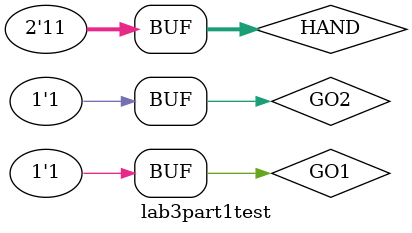
<source format=v>
`timescale 1ns / 1ps


module lab3part1test;

	// Inputs
	reg [1:0] HAND;
	reg GO1;
	reg GO2;

	// Outputs
	wire [2:0] AN;
	wire [7:0] SSEG;
	wire DISP;

	// Instantiate the Unit Under Test (UUT)
	ee281tut uut (
		.HAND(HAND), 
		.GO1(GO1), 
		.GO2(GO2), 
		.AN(AN), 
		.SSEG(SSEG), 
		.DISP(DISP)
	);

	initial begin
		// Initialize Inputs
		HAND = 0;
		GO1 = 0;
		GO2 = 0;

		// Wait 100 ns for global reset to finish
		#100
		
		GO1 = 0;
		GO2 = 1;
		
		#100
		
		GO1 = 1;
		GO2 = 1;
		
		#100
		
		HAND = 1;
		
		#100
		
		HAND = 2;
		
		#100
		
		HAND = 3;
        
		// Add stimulus here

	end
      
endmodule


</source>
